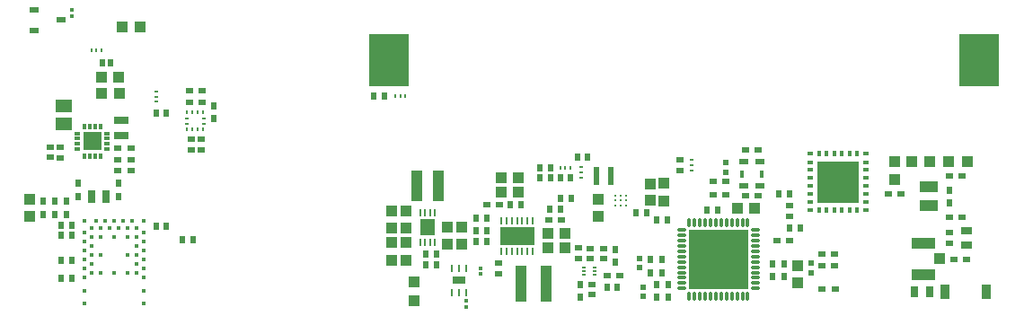
<source format=gtp>
G04*
G04 #@! TF.GenerationSoftware,Altium Limited,Altium NEXUS,3.1.14 (81)*
G04*
G04 Layer_Color=8421504*
%FSLAX25Y25*%
%MOIN*%
G70*
G04*
G04 #@! TF.SameCoordinates,8D934BE8-6637-419B-8715-06A4025A7093*
G04*
G04*
G04 #@! TF.FilePolarity,Positive*
G04*
G01*
G75*
%ADD22R,0.03150X0.02362*%
%ADD23R,0.01417X0.02008*%
%ADD24R,0.02008X0.01811*%
%ADD25R,0.02008X0.01417*%
%ADD26R,0.15256X0.15256*%
%ADD27R,0.02165X0.02559*%
%ADD28R,0.03347X0.05512*%
%ADD29R,0.02559X0.02165*%
%ADD30R,0.02717X0.04016*%
%ADD31R,0.08661X0.04134*%
%ADD32R,0.04134X0.03937*%
%ADD33R,0.03937X0.04331*%
%ADD34R,0.04016X0.02717*%
%ADD35R,0.04331X0.03937*%
%ADD36R,0.06929X0.04016*%
%ADD37R,0.03937X0.03937*%
%ADD38R,0.02362X0.03150*%
%ADD39R,0.03150X0.05118*%
%ADD40R,0.01575X0.01575*%
%ADD41R,0.22047X0.22047*%
%ADD42O,0.01102X0.03347*%
%ADD43O,0.03347X0.01102*%
%ADD44R,0.01968X0.01968*%
%ADD45R,0.01693X0.02756*%
%ADD46R,0.03248X0.01968*%
%ADD47R,0.03937X0.03937*%
G04:AMPARAMS|DCode=48|XSize=15.35mil|YSize=5.91mil|CornerRadius=1.48mil|HoleSize=0mil|Usage=FLASHONLY|Rotation=180.000|XOffset=0mil|YOffset=0mil|HoleType=Round|Shape=RoundedRectangle|*
%AMROUNDEDRECTD48*
21,1,0.01535,0.00295,0,0,180.0*
21,1,0.01240,0.00591,0,0,180.0*
1,1,0.00295,-0.00620,0.00148*
1,1,0.00295,0.00620,0.00148*
1,1,0.00295,0.00620,-0.00148*
1,1,0.00295,-0.00620,-0.00148*
%
%ADD48ROUNDEDRECTD48*%
%ADD49R,0.01102X0.01614*%
%ADD50R,0.01614X0.01102*%
%ADD51R,0.05906X0.05118*%
%ADD52R,0.05512X0.02953*%
%ADD53R,0.01181X0.02047*%
%ADD54R,0.02047X0.01181*%
%ADD55R,0.07087X0.07087*%
%ADD56R,0.01181X0.00787*%
%ADD57R,0.02362X0.07087*%
%ADD58C,0.01181*%
%ADD59R,0.01417X0.01339*%
G04:AMPARAMS|DCode=60|XSize=47.24mil|YSize=29.53mil|CornerRadius=1.92mil|HoleSize=0mil|Usage=FLASHONLY|Rotation=0.000|XOffset=0mil|YOffset=0mil|HoleType=Round|Shape=RoundedRectangle|*
%AMROUNDEDRECTD60*
21,1,0.04724,0.02569,0,0,0.0*
21,1,0.04341,0.02953,0,0,0.0*
1,1,0.00384,0.02170,-0.01284*
1,1,0.00384,-0.02170,-0.01284*
1,1,0.00384,-0.02170,0.01284*
1,1,0.00384,0.02170,0.01284*
%
%ADD60ROUNDEDRECTD60*%
G04:AMPARAMS|DCode=61|XSize=9.84mil|YSize=23.62mil|CornerRadius=1.97mil|HoleSize=0mil|Usage=FLASHONLY|Rotation=0.000|XOffset=0mil|YOffset=0mil|HoleType=Round|Shape=RoundedRectangle|*
%AMROUNDEDRECTD61*
21,1,0.00984,0.01968,0,0,0.0*
21,1,0.00591,0.02362,0,0,0.0*
1,1,0.00394,0.00295,-0.00984*
1,1,0.00394,-0.00295,-0.00984*
1,1,0.00394,-0.00295,0.00984*
1,1,0.00394,0.00295,0.00984*
%
%ADD61ROUNDEDRECTD61*%
%ADD62R,0.00984X0.02756*%
%ADD63R,0.12992X0.06693*%
%ADD64R,0.03858X0.13386*%
%ADD65R,0.03937X0.11417*%
%ADD66R,0.05315X0.06496*%
G04:AMPARAMS|DCode=67|XSize=15.35mil|YSize=5.91mil|CornerRadius=1.48mil|HoleSize=0mil|Usage=FLASHONLY|Rotation=90.000|XOffset=0mil|YOffset=0mil|HoleType=Round|Shape=RoundedRectangle|*
%AMROUNDEDRECTD67*
21,1,0.01535,0.00295,0,0,90.0*
21,1,0.01240,0.00591,0,0,90.0*
1,1,0.00295,0.00148,0.00620*
1,1,0.00295,0.00148,-0.00620*
1,1,0.00295,-0.00148,-0.00620*
1,1,0.00295,-0.00148,0.00620*
%
%ADD67ROUNDEDRECTD67*%
%ADD68R,0.01968X0.02756*%
%ADD69R,0.03347X0.02362*%
%ADD70R,0.15000X0.19685*%
D22*
X328346Y43701D02*
D03*
X323622D02*
D03*
X348130Y19505D02*
D03*
X352854D02*
D03*
X346457Y50394D02*
D03*
X351181D02*
D03*
X282283Y26326D02*
D03*
X287008D02*
D03*
X299213Y8268D02*
D03*
X303937D02*
D03*
X299138Y16945D02*
D03*
X303862D02*
D03*
X299138Y21453D02*
D03*
X303862D02*
D03*
X351181Y35039D02*
D03*
X346457D02*
D03*
X263386Y43307D02*
D03*
X258661D02*
D03*
X263386Y48425D02*
D03*
X258661D02*
D03*
X270669Y60236D02*
D03*
X275394D02*
D03*
X275487Y43153D02*
D03*
X270762D02*
D03*
X64325Y77885D02*
D03*
X69050D02*
D03*
X64325Y81985D02*
D03*
X69050D02*
D03*
X37878Y52413D02*
D03*
X42602D02*
D03*
X37931Y56586D02*
D03*
X42656D02*
D03*
X37894Y60786D02*
D03*
X42618D02*
D03*
X224016Y13386D02*
D03*
X219291D02*
D03*
X174851Y39656D02*
D03*
X179576D02*
D03*
X202576Y33944D02*
D03*
X197851D02*
D03*
D23*
X312250Y37778D02*
D03*
X309395D02*
D03*
X306541D02*
D03*
X303683D02*
D03*
X300828D02*
D03*
X297974D02*
D03*
X312250Y58645D02*
D03*
X309395D02*
D03*
X306541D02*
D03*
X303683D02*
D03*
X300828D02*
D03*
X297974D02*
D03*
D24*
X294777Y37778D02*
D03*
X315446D02*
D03*
Y58645D02*
D03*
X294777D02*
D03*
D25*
X315446Y40830D02*
D03*
X294777D02*
D03*
X315446Y43782D02*
D03*
X294777D02*
D03*
X315446Y46735D02*
D03*
X294777D02*
D03*
X315446Y49688D02*
D03*
X294777D02*
D03*
X315446Y52641D02*
D03*
X294777D02*
D03*
X315446Y55593D02*
D03*
X294777D02*
D03*
D26*
X305112Y48212D02*
D03*
D27*
X290945Y31176D02*
D03*
X287008D02*
D03*
X287008Y43701D02*
D03*
X283071D02*
D03*
X198311Y49656D02*
D03*
X194375D02*
D03*
X241732Y34252D02*
D03*
X237795D02*
D03*
X256456Y37653D02*
D03*
X260393D02*
D03*
X55905Y73854D02*
D03*
X51968D02*
D03*
X51968Y31890D02*
D03*
X55905D02*
D03*
X61811Y26772D02*
D03*
X65748D02*
D03*
X20800Y32177D02*
D03*
X16863D02*
D03*
X20800Y28477D02*
D03*
X16863D02*
D03*
X16863Y19077D02*
D03*
X20800D02*
D03*
X16863Y12477D02*
D03*
X20800D02*
D03*
X219291Y9055D02*
D03*
X223228D02*
D03*
X230094Y36729D02*
D03*
X234031D02*
D03*
X174782Y26209D02*
D03*
X170845D02*
D03*
X202245Y42000D02*
D03*
X206182D02*
D03*
X187282Y39656D02*
D03*
X183345D02*
D03*
X198245Y38165D02*
D03*
X202182D02*
D03*
X156069Y21400D02*
D03*
X152131D02*
D03*
X152131Y17500D02*
D03*
X156069D02*
D03*
X194376Y53365D02*
D03*
X198313D02*
D03*
X208268Y57480D02*
D03*
X212205D02*
D03*
X205882Y49656D02*
D03*
X201945D02*
D03*
X132832Y80200D02*
D03*
X136768D02*
D03*
D28*
X360039Y7498D02*
D03*
X344685D02*
D03*
D29*
X346358Y29528D02*
D03*
Y25591D02*
D03*
X287008Y39469D02*
D03*
Y35531D02*
D03*
X16518Y57245D02*
D03*
Y61182D02*
D03*
X12854Y57261D02*
D03*
Y61198D02*
D03*
X246527Y56422D02*
D03*
Y52485D02*
D03*
X68898Y60236D02*
D03*
Y64173D02*
D03*
X64961Y60236D02*
D03*
Y64173D02*
D03*
X213779Y10236D02*
D03*
Y6299D02*
D03*
X218134Y23591D02*
D03*
Y19654D02*
D03*
X212934Y23581D02*
D03*
Y19644D02*
D03*
X208661Y19685D02*
D03*
Y23622D02*
D03*
X179213Y18124D02*
D03*
Y14187D02*
D03*
D30*
X333465Y7498D02*
D03*
X338976D02*
D03*
D31*
X336612Y13878D02*
D03*
Y25492D02*
D03*
D32*
X342616Y19685D02*
D03*
D33*
X325984Y49016D02*
D03*
Y55709D02*
D03*
X240594Y41082D02*
D03*
Y47775D02*
D03*
X139405Y25644D02*
D03*
Y18951D02*
D03*
X144664Y18948D02*
D03*
Y25641D02*
D03*
X147600Y10947D02*
D03*
Y4253D02*
D03*
D34*
X352854Y24624D02*
D03*
Y30135D02*
D03*
D35*
X352953Y55905D02*
D03*
X346260D02*
D03*
X332480D02*
D03*
X339173D02*
D03*
X46260Y105905D02*
D03*
X39567D02*
D03*
X38386Y81102D02*
D03*
X31693D02*
D03*
D36*
X338878Y39449D02*
D03*
Y46457D02*
D03*
D37*
X290256Y17150D02*
D03*
Y10850D02*
D03*
X5118Y35433D02*
D03*
Y41732D02*
D03*
X139298Y37470D02*
D03*
Y31171D02*
D03*
X235294Y47578D02*
D03*
Y41279D02*
D03*
X216139Y41850D02*
D03*
Y35550D02*
D03*
X160143Y25211D02*
D03*
Y31510D02*
D03*
X165443Y25211D02*
D03*
Y31510D02*
D03*
X144657Y37477D02*
D03*
Y31178D02*
D03*
D38*
X38189Y42913D02*
D03*
Y47638D02*
D03*
X23228D02*
D03*
Y42913D02*
D03*
X346457Y45125D02*
D03*
Y40401D02*
D03*
X285039Y17717D02*
D03*
Y12992D02*
D03*
X280709Y17717D02*
D03*
Y12992D02*
D03*
X242126Y10236D02*
D03*
Y5512D02*
D03*
X237795Y10236D02*
D03*
Y5512D02*
D03*
X235433Y19291D02*
D03*
Y14567D02*
D03*
X239764Y19291D02*
D03*
Y14567D02*
D03*
X73450Y71713D02*
D03*
Y76437D02*
D03*
X18898Y40945D02*
D03*
Y36220D02*
D03*
X14567Y40945D02*
D03*
Y36220D02*
D03*
X10236Y40945D02*
D03*
Y36220D02*
D03*
X222441Y18504D02*
D03*
Y23228D02*
D03*
X209449Y5512D02*
D03*
Y10236D02*
D03*
X170713Y30148D02*
D03*
Y34872D02*
D03*
X174813Y30093D02*
D03*
Y34818D02*
D03*
D39*
X33465Y42913D02*
D03*
X27953D02*
D03*
D40*
X41398Y31116D02*
D03*
X34705D02*
D03*
X38051D02*
D03*
X39724Y33675D02*
D03*
X29685D02*
D03*
X33031D02*
D03*
X36378D02*
D03*
X43071D02*
D03*
X36378Y14384D02*
D03*
X31358D02*
D03*
X44744Y31116D02*
D03*
Y27770D02*
D03*
Y24423D02*
D03*
Y21077D02*
D03*
Y17730D02*
D03*
Y14384D02*
D03*
X47303Y33675D02*
D03*
Y29443D02*
D03*
Y26096D02*
D03*
Y22750D02*
D03*
Y19403D02*
D03*
Y16057D02*
D03*
Y12711D02*
D03*
Y7888D02*
D03*
Y3065D02*
D03*
X31358Y31116D02*
D03*
X28012D02*
D03*
X25453Y29443D02*
D03*
Y26096D02*
D03*
X28012Y24423D02*
D03*
X25453Y33675D02*
D03*
X28012Y27770D02*
D03*
X25453Y22750D02*
D03*
Y19403D02*
D03*
Y16057D02*
D03*
Y12711D02*
D03*
Y3065D02*
D03*
X41398Y21077D02*
D03*
X36378Y27770D02*
D03*
X31358Y21077D02*
D03*
X28012D02*
D03*
Y17730D02*
D03*
Y14384D02*
D03*
X25453Y7888D02*
D03*
X41398Y14384D02*
D03*
Y27770D02*
D03*
X31358D02*
D03*
D41*
X260743Y19505D02*
D03*
D42*
X249917Y33187D02*
D03*
X251885D02*
D03*
X253854D02*
D03*
X255822D02*
D03*
X257791D02*
D03*
X259759D02*
D03*
X261728D02*
D03*
X263696D02*
D03*
X265665D02*
D03*
X267633D02*
D03*
X269602D02*
D03*
X271570D02*
D03*
Y5824D02*
D03*
X269602D02*
D03*
X267633D02*
D03*
X265665D02*
D03*
X263696D02*
D03*
X261728D02*
D03*
X259759D02*
D03*
X257791D02*
D03*
X255822D02*
D03*
X253854D02*
D03*
X251885D02*
D03*
X249917D02*
D03*
D43*
X274425Y30332D02*
D03*
Y28364D02*
D03*
Y26395D02*
D03*
Y24427D02*
D03*
Y22458D02*
D03*
Y20490D02*
D03*
Y18521D02*
D03*
Y16553D02*
D03*
Y14584D02*
D03*
Y12616D02*
D03*
Y10647D02*
D03*
Y8679D02*
D03*
X247062D02*
D03*
Y10647D02*
D03*
Y12616D02*
D03*
Y14584D02*
D03*
Y16553D02*
D03*
Y18521D02*
D03*
Y20490D02*
D03*
Y22458D02*
D03*
Y24427D02*
D03*
Y26395D02*
D03*
Y28364D02*
D03*
Y30332D02*
D03*
D44*
X294956Y14591D02*
D03*
Y18134D02*
D03*
X232677Y5709D02*
D03*
Y9252D02*
D03*
X231496Y16339D02*
D03*
Y19882D02*
D03*
X263386Y55315D02*
D03*
Y51772D02*
D03*
D45*
X269443Y51253D02*
D03*
X276806D02*
D03*
D46*
X276026Y55780D02*
D03*
X270221D02*
D03*
Y46725D02*
D03*
X276026D02*
D03*
D47*
X274164Y38446D02*
D03*
X267864D02*
D03*
X197364Y29155D02*
D03*
X203663D02*
D03*
X197364Y23855D02*
D03*
X203663D02*
D03*
X186363Y44465D02*
D03*
X180064D02*
D03*
X186363Y49765D02*
D03*
X180064D02*
D03*
X31890Y87008D02*
D03*
X38189D02*
D03*
D48*
X250727Y52485D02*
D03*
Y54454D02*
D03*
Y56422D02*
D03*
X51966Y77953D02*
D03*
Y79921D02*
D03*
Y81890D02*
D03*
X209613Y49696D02*
D03*
Y51665D02*
D03*
Y53633D02*
D03*
D49*
X63585Y67658D02*
D03*
X65553D02*
D03*
X67522D02*
D03*
X69490D02*
D03*
Y74075D02*
D03*
X67522D02*
D03*
X65553D02*
D03*
X63585D02*
D03*
D50*
X69746Y69882D02*
D03*
Y71850D02*
D03*
X63329Y69882D02*
D03*
Y71850D02*
D03*
D51*
X17772Y76560D02*
D03*
Y69867D02*
D03*
D52*
X39056Y65332D02*
D03*
Y71040D02*
D03*
D53*
X31309Y68758D02*
D03*
X29340D02*
D03*
X27372D02*
D03*
X25403D02*
D03*
Y57813D02*
D03*
X27372D02*
D03*
X29340D02*
D03*
X31309D02*
D03*
D54*
X22884Y66239D02*
D03*
Y64270D02*
D03*
Y62302D02*
D03*
Y60333D02*
D03*
X33828D02*
D03*
Y62302D02*
D03*
Y64270D02*
D03*
Y66239D02*
D03*
D55*
X28356Y63286D02*
D03*
D56*
X210865Y16497D02*
D03*
Y15119D02*
D03*
Y13741D02*
D03*
X214802Y15119D02*
D03*
Y13741D02*
D03*
Y16497D02*
D03*
D57*
X220752Y50485D02*
D03*
X215437D02*
D03*
D58*
X226398Y39313D02*
D03*
X224429D02*
D03*
X222461D02*
D03*
X226398Y41281D02*
D03*
X224429D02*
D03*
X222461D02*
D03*
X226398Y43250D02*
D03*
X224429D02*
D03*
X222461D02*
D03*
D59*
X172400Y13998D02*
D03*
Y16202D02*
D03*
X167018Y4102D02*
D03*
Y1898D02*
D03*
X20866Y109921D02*
D03*
Y112126D02*
D03*
D60*
X164459Y11728D02*
D03*
D61*
X161900Y16255D02*
D03*
X164459D02*
D03*
X167018D02*
D03*
Y7200D02*
D03*
X164459D02*
D03*
X161900D02*
D03*
D62*
X180032Y22285D02*
D03*
X182000D02*
D03*
X183969D02*
D03*
X185937D02*
D03*
X187906D02*
D03*
X189874D02*
D03*
X191843D02*
D03*
X180032Y33702D02*
D03*
X182000D02*
D03*
X183969D02*
D03*
X185937D02*
D03*
X187906D02*
D03*
X189874D02*
D03*
X191843D02*
D03*
X155423Y36824D02*
D03*
X153652D02*
D03*
X151880D02*
D03*
X150108D02*
D03*
X155423Y25800D02*
D03*
X153652D02*
D03*
X151880D02*
D03*
X150108D02*
D03*
D63*
X185937Y27993D02*
D03*
D64*
X187448Y10356D02*
D03*
X196779D02*
D03*
D65*
X156752Y46850D02*
D03*
X148760D02*
D03*
D66*
X152766Y31312D02*
D03*
D67*
X205882Y53450D02*
D03*
X203913D02*
D03*
X201945D02*
D03*
X27953Y97244D02*
D03*
X29921D02*
D03*
X31890D02*
D03*
X144569Y80200D02*
D03*
X142600D02*
D03*
X140631D02*
D03*
D68*
X31988Y92520D02*
D03*
X34941D02*
D03*
D69*
X6791Y112008D02*
D03*
Y104528D02*
D03*
X16831Y108268D02*
D03*
D70*
X357549Y93300D02*
D03*
X138514D02*
D03*
M02*

</source>
